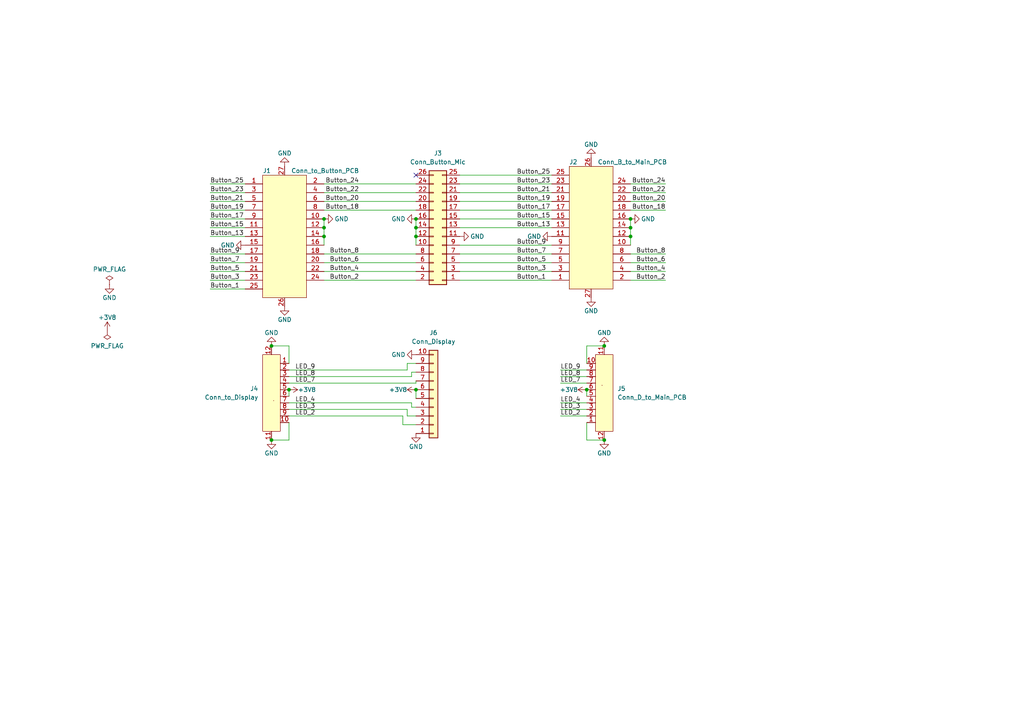
<source format=kicad_sch>
(kicad_sch (version 20211123) (generator eeschema)
  (paper "A4")
  (title_block (title "ED5 - FPC Breakout, Extension and Sniffer Board") (date "2023-01-05") (rev "0.0.2") (company "Blu3Squirr3l"))
  (lib_symbols
    (symbol "0.5K-HX-10PWB_1"
      (property "Reference" "J" (at 3.175 1.27 0))
      (property "Value" "0.5K-HX-10PWB_1" (at 3.175 -1.27 0))
      (symbol "0.5K-HX-10PWB_1_0_1"
        (rectangle (start -2.54 10.16) (end 2.54 -12.065) (fill (type background)))
        (rectangle (start -0.635 -3.175) (end -0.635 -3.175))
        (rectangle (start -0.635 -3.175) (end -0.635 -3.175))
        (rectangle (start -0.635 -3.175) (end -0.635 -3.175))
      )
      (symbol "0.5K-HX-10PWB_1_1_1"
        (pin passive line (at -5.08 7.62 0) (length 2.54) (name "~") (number "1"))
        (pin passive line (at -5.08 -9.525 0) (length 2.54) (name "~") (number "10"))
        (pin passive line (at 0 -14.605 90) (length 2.54) (name "~") (number "11"))
        (pin passive line (at 0 12.7 270) (length 2.54) (name "~") (number "12"))
        (pin passive line (at -5.08 5.715 0) (length 2.54) (name "~") (number "2"))
        (pin passive line (at -5.08 3.81 0) (length 2.54) (name "~") (number "3"))
        (pin passive line (at -5.08 1.905 0) (length 2.54) (name "~") (number "4"))
        (pin passive line (at -5.08 0 0) (length 2.54) (name "~") (number "5"))
        (pin passive line (at -5.08 -1.905 0) (length 2.54) (name "~") (number "6"))
        (pin passive line (at -5.08 -3.81 0) (length 2.54) (name "~") (number "7"))
        (pin passive line (at -5.08 -5.715 0) (length 2.54) (name "~") (number "8"))
        (pin passive line (at -5.08 -7.62 0) (length 2.54) (name "~") (number "9"))
      )
    )
    (symbol "Connector_Generic:Conn_01x10" (pin_names (offset 1.016) hide)
      (property "Reference" "J" (at 0 12.7 0))
      (property "Value" "Conn_01x10" (at 0 -15.24 0))
      (symbol "Conn_01x10_1_1"
        (rectangle (start -1.27 -12.573) (end 0 -12.827) (stroke (width 0.1524)))
        (rectangle (start -1.27 -10.033) (end 0 -10.287) (stroke (width 0.1524)))
        (rectangle (start -1.27 -7.493) (end 0 -7.747) (stroke (width 0.1524)))
        (rectangle (start -1.27 -4.953) (end 0 -5.207) (stroke (width 0.1524)))
        (rectangle (start -1.27 -2.413) (end 0 -2.667) (stroke (width 0.1524)))
        (rectangle (start -1.27 0.127) (end 0 -0.127) (stroke (width 0.1524)))
        (rectangle (start -1.27 2.667) (end 0 2.413) (stroke (width 0.1524)))
        (rectangle (start -1.27 5.207) (end 0 4.953) (stroke (width 0.1524)))
        (rectangle (start -1.27 7.747) (end 0 7.493) (stroke (width 0.1524)))
        (rectangle (start -1.27 10.287) (end 0 10.033) (stroke (width 0.1524)))
        (rectangle (start -1.27 11.43) (end 1.27 -13.97) (stroke (width 0.254)) (fill (type background)))
        (pin passive line (at -5.08 10.16 0) (length 3.81) (name "Pin_1") (number "1"))
        (pin passive line (at -5.08 -12.7 0) (length 3.81) (name "Pin_10") (number "10"))
        (pin passive line (at -5.08 7.62 0) (length 3.81) (name "Pin_2") (number "2"))
        (pin passive line (at -5.08 5.08 0) (length 3.81) (name "Pin_3") (number "3"))
        (pin passive line (at -5.08 2.54 0) (length 3.81) (name "Pin_4") (number "4"))
        (pin passive line (at -5.08 0 0) (length 3.81) (name "Pin_5") (number "5"))
        (pin passive line (at -5.08 -2.54 0) (length 3.81) (name "Pin_6") (number "6"))
        (pin passive line (at -5.08 -5.08 0) (length 3.81) (name "Pin_7") (number "7"))
        (pin passive line (at -5.08 -7.62 0) (length 3.81) (name "Pin_8") (number "8"))
        (pin passive line (at -5.08 -10.16 0) (length 3.81) (name "Pin_9") (number "9"))
      )
    )
    (symbol "Connector_Generic:Conn_02x13_Odd_Even" (pin_names (offset 1.016) hide)
      (property "Reference" "J" (at 1.27 17.78 0))
      (property "Value" "Conn_02x13_Odd_Even" (at 1.27 -17.78 0))
      (symbol "Conn_02x13_Odd_Even_1_1"
        (rectangle (start -1.27 -15.113) (end 0 -15.367) (stroke (width 0.1524)))
        (rectangle (start -1.27 -12.573) (end 0 -12.827) (stroke (width 0.1524)))
        (rectangle (start -1.27 -10.033) (end 0 -10.287) (stroke (width 0.1524)))
        (rectangle (start -1.27 -7.493) (end 0 -7.747) (stroke (width 0.1524)))
        (rectangle (start -1.27 -4.953) (end 0 -5.207) (stroke (width 0.1524)))
        (rectangle (start -1.27 -2.413) (end 0 -2.667) (stroke (width 0.1524)))
        (rectangle (start -1.27 0.127) (end 0 -0.127) (stroke (width 0.1524)))
        (rectangle (start -1.27 2.667) (end 0 2.413) (stroke (width 0.1524)))
        (rectangle (start -1.27 5.207) (end 0 4.953) (stroke (width 0.1524)))
        (rectangle (start -1.27 7.747) (end 0 7.493) (stroke (width 0.1524)))
        (rectangle (start -1.27 10.287) (end 0 10.033) (stroke (width 0.1524)))
        (rectangle (start -1.27 12.827) (end 0 12.573) (stroke (width 0.1524)))
        (rectangle (start -1.27 15.367) (end 0 15.113) (stroke (width 0.1524)))
        (rectangle (start -1.27 16.51) (end 3.81 -16.51) (stroke (width 0.254)) (fill (type background)))
        (rectangle (start 3.81 -15.113) (end 2.54 -15.367) (stroke (width 0.1524)))
        (rectangle (start 3.81 -12.573) (end 2.54 -12.827) (stroke (width 0.1524)))
        (rectangle (start 3.81 -10.033) (end 2.54 -10.287) (stroke (width 0.1524)))
        (rectangle (start 3.81 -7.493) (end 2.54 -7.747) (stroke (width 0.1524)))
        (rectangle (start 3.81 -4.953) (end 2.54 -5.207) (stroke (width 0.1524)))
        (rectangle (start 3.81 -2.413) (end 2.54 -2.667) (stroke (width 0.1524)))
        (rectangle (start 3.81 0.127) (end 2.54 -0.127) (stroke (width 0.1524)))
        (rectangle (start 3.81 2.667) (end 2.54 2.413) (stroke (width 0.1524)))
        (rectangle (start 3.81 5.207) (end 2.54 4.953) (stroke (width 0.1524)))
        (rectangle (start 3.81 7.747) (end 2.54 7.493) (stroke (width 0.1524)))
        (rectangle (start 3.81 10.287) (end 2.54 10.033) (stroke (width 0.1524)))
        (rectangle (start 3.81 12.827) (end 2.54 12.573) (stroke (width 0.1524)))
        (rectangle (start 3.81 15.367) (end 2.54 15.113) (stroke (width 0.1524)))
        (pin passive line (at -5.08 15.24 0) (length 3.81) (name "Pin_1") (number "1"))
        (pin passive line (at 7.62 5.08 180) (length 3.81) (name "Pin_10") (number "10"))
        (pin passive line (at -5.08 2.54 0) (length 3.81) (name "Pin_11") (number "11"))
        (pin passive line (at 7.62 2.54 180) (length 3.81) (name "Pin_12") (number "12"))
        (pin passive line (at -5.08 0 0) (length 3.81) (name "Pin_13") (number "13"))
        (pin passive line (at 7.62 0 180) (length 3.81) (name "Pin_14") (number "14"))
        (pin passive line (at -5.08 -2.54 0) (length 3.81) (name "Pin_15") (number "15"))
        (pin passive line (at 7.62 -2.54 180) (length 3.81) (name "Pin_16") (number "16"))
        (pin passive line (at -5.08 -5.08 0) (length 3.81) (name "Pin_17") (number "17"))
        (pin passive line (at 7.62 -5.08 180) (length 3.81) (name "Pin_18") (number "18"))
        (pin passive line (at -5.08 -7.62 0) (length 3.81) (name "Pin_19") (number "19"))
        (pin passive line (at 7.62 15.24 180) (length 3.81) (name "Pin_2") (number "2"))
        (pin passive line (at 7.62 -7.62 180) (length 3.81) (name "Pin_20") (number "20"))
        (pin passive line (at -5.08 -10.16 0) (length 3.81) (name "Pin_21") (number "21"))
        (pin passive line (at 7.62 -10.16 180) (length 3.81) (name "Pin_22") (number "22"))
        (pin passive line (at -5.08 -12.7 0) (length 3.81) (name "Pin_23") (number "23"))
        (pin passive line (at 7.62 -12.7 180) (length 3.81) (name "Pin_24") (number "24"))
        (pin passive line (at -5.08 -15.24 0) (length 3.81) (name "Pin_25") (number "25"))
        (pin passive line (at 7.62 -15.24 180) (length 3.81) (name "Pin_26") (number "26"))
        (pin passive line (at -5.08 12.7 0) (length 3.81) (name "Pin_3") (number "3"))
        (pin passive line (at 7.62 12.7 180) (length 3.81) (name "Pin_4") (number "4"))
        (pin passive line (at -5.08 10.16 0) (length 3.81) (name "Pin_5") (number "5"))
        (pin passive line (at 7.62 10.16 180) (length 3.81) (name "Pin_6") (number "6"))
        (pin passive line (at -5.08 7.62 0) (length 3.81) (name "Pin_7") (number "7"))
        (pin passive line (at 7.62 7.62 180) (length 3.81) (name "Pin_8") (number "8"))
        (pin passive line (at -5.08 5.08 0) (length 3.81) (name "Pin_9") (number "9"))
      )
    )
    (symbol "ProjectLibrary:0.5K-HX-10PWB"
      (property "Reference" "J" (at 3.175 1.27 0))
      (property "Value" "0.5K-HX-10PWB" (at 3.175 -1.27 0))
      (symbol "0.5K-HX-10PWB_0_1"
        (rectangle (start -2.54 10.16) (end 2.54 -12.065) (fill (type background)))
        (rectangle (start -0.635 -3.175) (end -0.635 -3.175))
        (rectangle (start -0.635 -3.175) (end -0.635 -3.175))
        (rectangle (start -0.635 -3.175) (end -0.635 -3.175))
      )
      (symbol "0.5K-HX-10PWB_1_1"
        (pin passive line (at -5.08 7.62 0) (length 2.54) (name "~") (number "1"))
        (pin passive line (at -5.08 -9.525 0) (length 2.54) (name "~") (number "10"))
        (pin passive line (at 0 -14.605 90) (length 2.54) (name "~") (number "11"))
        (pin passive line (at 0 12.7 270) (length 2.54) (name "~") (number "12"))
        (pin passive line (at -5.08 5.715 0) (length 2.54) (name "~") (number "2"))
        (pin passive line (at -5.08 3.81 0) (length 2.54) (name "~") (number "3"))
        (pin passive line (at -5.08 1.905 0) (length 2.54) (name "~") (number "4"))
        (pin passive line (at -5.08 0 0) (length 2.54) (name "~") (number "5"))
        (pin passive line (at -5.08 -1.905 0) (length 2.54) (name "~") (number "6"))
        (pin passive line (at -5.08 -3.81 0) (length 2.54) (name "~") (number "7"))
        (pin passive line (at -5.08 -5.715 0) (length 2.54) (name "~") (number "8"))
        (pin passive line (at -5.08 -7.62 0) (length 2.54) (name "~") (number "9"))
      )
    )
    (symbol "ProjectLibrary:FH35C-25S-0.3SHW(50)" (pin_names (offset 0.762))
      (property "Reference" "J" (at 1.27 19.05 0))
      (property "Value" "FH35C-25S-0.3SHW(50)" (at 12.7 -19.05 0))
      (symbol "FH35C-25S-0.3SHW(50)_0_0"
        (pin passive line (at -11.43 15.24 0) (length 5.08) (name "~") (number "1"))
        (pin passive line (at 11.43 5.08 180) (length 5.08) (name "~") (number "10"))
        (pin passive line (at -11.43 2.54 0) (length 5.08) (name "~") (number "11"))
        (pin passive line (at 11.43 2.54 180) (length 5.08) (name "~") (number "12"))
        (pin passive line (at -11.43 0 0) (length 5.08) (name "~") (number "13"))
        (pin passive line (at 11.43 0 180) (length 5.08) (name "~") (number "14"))
        (pin passive line (at -11.43 -2.54 0) (length 5.08) (name "~") (number "15"))
        (pin passive line (at 11.43 -2.54 180) (length 5.08) (name "~") (number "16"))
        (pin passive line (at -11.43 -5.08 0) (length 5.08) (name "~") (number "17"))
        (pin passive line (at 11.43 -5.08 180) (length 5.08) (name "~") (number "18"))
        (pin passive line (at -11.43 -7.62 0) (length 5.08) (name "~") (number "19"))
        (pin passive line (at 11.43 15.24 180) (length 5.08) (name "~") (number "2"))
        (pin passive line (at 11.43 -7.62 180) (length 5.08) (name "~") (number "20"))
        (pin passive line (at -11.43 -10.16 0) (length 5.08) (name "~") (number "21"))
        (pin passive line (at 11.43 -10.16 180) (length 5.08) (name "~") (number "22"))
        (pin passive line (at -11.43 -12.7 0) (length 5.08) (name "~") (number "23"))
        (pin passive line (at 11.43 -12.7 180) (length 5.08) (name "~") (number "24"))
        (pin passive line (at -11.43 -15.24 0) (length 5.08) (name "~") (number "25"))
        (pin passive line (at -11.43 12.7 0) (length 5.08) (name "~") (number "3"))
        (pin passive line (at 11.43 12.7 180) (length 5.08) (name "~") (number "4"))
        (pin passive line (at -11.43 10.16 0) (length 5.08) (name "~") (number "5"))
        (pin passive line (at 11.43 10.16 180) (length 5.08) (name "~") (number "6"))
        (pin passive line (at -11.43 7.62 0) (length 5.08) (name "~") (number "7"))
        (pin passive line (at 11.43 7.62 180) (length 5.08) (name "~") (number "8"))
        (pin passive line (at -11.43 5.08 0) (length 5.08) (name "~") (number "9"))
      )
      (symbol "FH35C-25S-0.3SHW(50)_0_1"
        (polyline (pts (xy -6.35 17.78) (xy 6.35 17.78) (xy 6.35 -17.78) (xy -6.35 -17.78) (xy -6.35 17.78)) (stroke (width 0.1524)) (fill (type background)))
      )
      (symbol "FH35C-25S-0.3SHW(50)_1_1"
        (pin passive line (at 0 -20.32 90) (length 2.54) (name "~") (number "26"))
        (pin passive line (at 0 20.32 270) (length 2.54) (name "~") (number "27"))
      )
    )
    (symbol "power:+3V8" (power) (pin_names (offset 0))
      (property "Value" "+3V8" (at 0 3.556 0))
      (symbol "+3V8_0_1"
        (polyline (pts (xy -0.762 1.27) (xy 0 2.54)))
        (polyline (pts (xy 0 0) (xy 0 2.54)))
        (polyline (pts (xy 0 2.54) (xy 0.762 1.27)))
      )
      (symbol "+3V8_1_1"
        (pin power_in line (at 0 0 90) (length 0) hide (name "+3V8") (number "1"))
      )
    )
    (symbol "power:GND" (power) (pin_names (offset 0))
      (property "Value" "GND" (at 0 -3.81 0))
      (symbol "GND_0_1"
        (polyline (pts (xy 0 0) (xy 0 -1.27) (xy 1.27 -1.27) (xy 0 -2.54) (xy -1.27 -1.27) (xy 0 -1.27)))
      )
      (symbol "GND_1_1"
        (pin power_in line (at 0 0 270) (length 0) hide (name "GND") (number "1"))
      )
    )
    (symbol "power:PWR_FLAG" (power) (pin_numbers hide) (pin_names (offset 0) hide)
      (property "Value" "PWR_FLAG" (at 0 3.81 0))
      (symbol "PWR_FLAG_0_0"
        (pin power_out line (at 0 0 90) (length 0) (name "pwr") (number "1"))
      )
      (symbol "PWR_FLAG_0_1"
        (polyline (pts (xy 0 0) (xy 0 1.27) (xy -1.016 1.905) (xy 0 2.54) (xy 1.016 1.905) (xy 0 1.27)))
      )
    )
  )
  (junction (at 182.88 63.5))
  (junction (at 120.65 113.03))
  (junction (at 175.26 127.635))
  (junction (at 120.65 63.5))
  (junction (at 93.98 63.5))
  (junction (at 93.98 66.04))
  (junction (at 120.65 68.58))
  (junction (at 83.82 113.03))
  (junction (at 78.74 100.33))
  (junction (at 175.26 100.33))
  (junction (at 182.88 68.58))
  (junction (at 120.65 66.04))
  (junction (at 170.18 113.03))
  (junction (at 93.98 68.58))
  (junction (at 78.74 127.635))
  (junction (at 182.88 66.04))
  (no_connect (at 120.65 50.8))
  (wire (pts (xy 60.96 68.58) (xy 71.12 68.58)))
  (wire (pts (xy 162.56 116.84) (xy 170.18 116.84)))
  (wire (pts (xy 162.56 109.22) (xy 170.18 109.22)))
  (wire (pts (xy 60.96 63.5) (xy 71.12 63.5)))
  (wire (pts (xy 120.65 113.03) (xy 120.65 115.57)))
  (wire (pts (xy 162.56 107.315) (xy 170.18 107.315)))
  (wire (pts (xy 60.96 73.66) (xy 71.12 73.66)))
  (wire (pts (xy 182.88 58.42) (xy 193.04 58.42)))
  (wire (pts (xy 182.88 60.96) (xy 193.04 60.96)))
  (wire (pts (xy 93.98 78.74) (xy 120.65 78.74)))
  (wire (pts (xy 93.98 63.5) (xy 93.98 66.04)))
  (wire (pts (xy 118.11 120.65) (xy 120.65 120.65)))
  (wire (pts (xy 83.82 111.125) (xy 120.65 111.125)))
  (wire (pts (xy 83.82 107.315) (xy 118.11 107.315)))
  (wire (pts (xy 60.96 78.74) (xy 71.12 78.74)))
  (wire (pts (xy 162.56 111.125) (xy 170.18 111.125)))
  (wire (pts (xy 119.38 118.11) (xy 120.65 118.11)))
  (wire (pts (xy 133.35 76.2) (xy 160.02 76.2)))
  (wire (pts (xy 182.88 55.88) (xy 193.04 55.88)))
  (wire (pts (xy 60.96 66.04) (xy 71.12 66.04)))
  (wire (pts (xy 118.11 105.41) (xy 120.65 105.41)))
  (wire (pts (xy 93.98 81.28) (xy 120.65 81.28)))
  (wire (pts (xy 116.84 120.65) (xy 116.84 123.19)))
  (wire (pts (xy 133.35 63.5) (xy 160.02 63.5)))
  (wire (pts (xy 182.88 78.74) (xy 193.04 78.74)))
  (wire (pts (xy 133.35 66.04) (xy 160.02 66.04)))
  (wire (pts (xy 93.98 55.88) (xy 120.65 55.88)))
  (wire (pts (xy 182.88 73.66) (xy 193.04 73.66)))
  (wire (pts (xy 78.74 100.33) (xy 83.82 100.33)))
  (wire (pts (xy 170.18 113.03) (xy 170.18 114.935)))
  (wire (pts (xy 182.88 66.04) (xy 182.88 68.58)))
  (wire (pts (xy 133.35 55.88) (xy 160.02 55.88)))
  (wire (pts (xy 60.96 83.82) (xy 71.12 83.82)))
  (wire (pts (xy 93.98 53.34) (xy 120.65 53.34)))
  (wire (pts (xy 83.82 122.555) (xy 83.82 127.635)))
  (wire (pts (xy 170.18 100.33) (xy 170.18 105.41)))
  (wire (pts (xy 93.98 73.66) (xy 120.65 73.66)))
  (wire (pts (xy 133.35 73.66) (xy 160.02 73.66)))
  (wire (pts (xy 120.65 63.5) (xy 120.65 66.04)))
  (wire (pts (xy 182.88 76.2) (xy 193.04 76.2)))
  (wire (pts (xy 60.96 60.96) (xy 71.12 60.96)))
  (wire (pts (xy 182.88 63.5) (xy 182.88 66.04)))
  (wire (pts (xy 60.96 81.28) (xy 71.12 81.28)))
  (wire (pts (xy 116.84 123.19) (xy 120.65 123.19)))
  (wire (pts (xy 60.96 76.2) (xy 71.12 76.2)))
  (wire (pts (xy 78.74 127.635) (xy 83.82 127.635)))
  (wire (pts (xy 120.65 68.58) (xy 120.65 71.12)))
  (wire (pts (xy 119.38 107.95) (xy 120.65 107.95)))
  (wire (pts (xy 60.96 53.34) (xy 71.12 53.34)))
  (wire (pts (xy 60.96 55.88) (xy 71.12 55.88)))
  (wire (pts (xy 83.82 116.84) (xy 119.38 116.84)))
  (wire (pts (xy 119.38 116.84) (xy 119.38 118.11)))
  (wire (pts (xy 170.18 127.635) (xy 170.18 122.555)))
  (wire (pts (xy 175.26 100.33) (xy 170.18 100.33)))
  (wire (pts (xy 93.98 60.96) (xy 120.65 60.96)))
  (wire (pts (xy 83.82 109.22) (xy 119.38 109.22)))
  (wire (pts (xy 133.35 53.34) (xy 160.02 53.34)))
  (wire (pts (xy 175.26 127.635) (xy 170.18 127.635)))
  (wire (pts (xy 118.11 107.315) (xy 118.11 105.41)))
  (wire (pts (xy 93.98 68.58) (xy 93.98 71.12)))
  (wire (pts (xy 83.82 118.745) (xy 118.11 118.745)))
  (wire (pts (xy 93.98 58.42) (xy 120.65 58.42)))
  (wire (pts (xy 119.38 109.22) (xy 119.38 107.95)))
  (wire (pts (xy 120.65 66.04) (xy 120.65 68.58)))
  (wire (pts (xy 182.88 53.34) (xy 193.04 53.34)))
  (wire (pts (xy 133.35 71.12) (xy 160.02 71.12)))
  (wire (pts (xy 133.35 58.42) (xy 160.02 58.42)))
  (wire (pts (xy 83.82 120.65) (xy 116.84 120.65)))
  (wire (pts (xy 118.11 118.745) (xy 118.11 120.65)))
  (wire (pts (xy 133.35 81.28) (xy 160.02 81.28)))
  (wire (pts (xy 162.56 120.65) (xy 170.18 120.65)))
  (wire (pts (xy 182.88 81.28) (xy 193.04 81.28)))
  (wire (pts (xy 120.65 111.125) (xy 120.65 110.49)))
  (wire (pts (xy 93.98 76.2) (xy 120.65 76.2)))
  (wire (pts (xy 182.88 68.58) (xy 182.88 71.12)))
  (wire (pts (xy 133.35 50.8) (xy 160.02 50.8)))
  (wire (pts (xy 133.35 78.74) (xy 160.02 78.74)))
  (wire (pts (xy 93.98 66.04) (xy 93.98 68.58)))
  (wire (pts (xy 162.56 118.745) (xy 170.18 118.745)))
  (wire (pts (xy 83.82 113.03) (xy 83.82 114.935)))
  (wire (pts (xy 60.96 58.42) (xy 71.12 58.42)))
  (wire (pts (xy 83.82 100.33) (xy 83.82 105.41)))
  (wire (pts (xy 133.35 60.96) (xy 160.02 60.96)))
  (label "Button_1" (at 60.96 83.82 0))
  (label "Button_7" (at 149.86 73.66 0))
  (label "Button_25" (at 60.96 53.34 0))
  (label "Button_17" (at 60.96 63.5 0))
  (label "Button_19" (at 149.86 58.42 0))
  (label "Button_6" (at 104.14 76.2 180))
  (label "LED_3" (at 162.56 118.745 0))
  (label "Button_15" (at 60.96 66.04 0))
  (label "LED_7" (at 162.56 111.125 0))
  (label "Button_18" (at 193.04 60.96 180))
  (label "Button_8" (at 104.14 73.66 180))
  (label "Button_8" (at 193.04 73.66 180))
  (label "Button_5" (at 149.86 76.2 0))
  (label "Button_13" (at 149.86 66.04 0))
  (label "Button_9" (at 60.96 73.66 0))
  (label "Button_19" (at 60.96 60.96 0))
  (label "Button_9" (at 149.86 71.12 0))
  (label "Button_22" (at 193.04 55.88 180))
  (label "Button_25" (at 149.86 50.8 0))
  (label "Button_2" (at 104.14 81.28 180))
  (label "Button_17" (at 149.86 60.96 0))
  (label "LED_7" (at 91.44 111.125 180))
  (label "Button_3" (at 60.96 81.28 0))
  (label "Button_5" (at 60.96 78.74 0))
  (label "Button_7" (at 60.96 76.2 0))
  (label "Button_24" (at 193.04 53.34 180))
  (label "LED_9" (at 162.56 107.315 0))
  (label "LED_4" (at 91.44 116.84 180))
  (label "Button_4" (at 104.14 78.74 180))
  (label "Button_22" (at 104.14 55.88 180))
  (label "LED_4" (at 162.56 116.84 0))
  (label "LED_9" (at 91.44 107.315 180))
  (label "Button_23" (at 149.86 53.34 0))
  (label "LED_3" (at 91.44 118.745 180))
  (label "LED_2" (at 162.56 120.65 0))
  (label "Button_4" (at 193.04 78.74 180))
  (label "Button_23" (at 60.96 55.88 0))
  (label "Button_21" (at 60.96 58.42 0))
  (label "Button_1" (at 149.86 81.28 0))
  (label "Button_2" (at 193.04 81.28 180))
  (label "LED_8" (at 91.44 109.22 180))
  (label "Button_13" (at 60.96 68.58 0))
  (label "Button_21" (at 149.86 55.88 0))
  (label "Button_20" (at 193.04 58.42 180))
  (label "Button_6" (at 193.04 76.2 180))
  (label "LED_2" (at 91.44 120.65 180))
  (label "LED_8" (at 162.56 109.22 0))
  (label "Button_18" (at 104.14 60.96 180))
  (label "Button_15" (at 149.86 63.5 0))
  (label "Button_24" (at 104.14 53.34 180))
  (label "Button_20" (at 104.14 58.42 180))
  (label "Button_3" (at 149.86 78.74 0))
  (symbol (lib_id "power:GND") (at 133.35 68.58 90) (unit 1)
    (property "Reference" "#PWR010" (effects hide))
    (property "Value" "GND" (at 138.43 68.58 90))
  )
  (symbol (lib_name "0.5K-HX-10PWB_1") (lib_id "ProjectLibrary:0.5K-HX-10PWB") (at 175.26 114.935 0) (mirror x) (unit 1)
    (property "Reference" "J5" (at 179.07 112.7124 0) (effects (justify left)))
    (property "Value" "Conn_D_to_Main_PCB" (at 179.07 115.2524 0) (effects (justify left)))
    (property "Footprint" "ProjectLibrary:HDGC_0.5K-HX-10PWB_1x10_P0.50mm_Horizontal" (effects hide))
    (property "Datasheet" "https://datasheet.lcsc.com/lcsc/2111151830_HDGC-0-5K-HX-10PWB_C2919493.pdf" (effects hide))
    (property "Description" "FFC & FPC Connectors 10P 0.5mm RA SMD Dual Sided Contact" (effects hide))
    (property "LCSC part number" "C2919493" (effects hide))
    (property "Manufacturer_Name" "HDGC" (effects hide))
    (property "Manufacturer_Part_Number" "0.5K-HX-10PWB" (effects hide))
  )
  (symbol (lib_id "power:GND") (at 171.45 45.72 180) (unit 1)
    (property "Reference" "#PWR012" (effects hide))
    (property "Value" "GND" (at 171.45 41.91 0))
  )
  (symbol (lib_id "power:GND") (at 120.65 125.73 0) (unit 1)
    (property "Reference" "#PWR09" (effects hide))
    (property "Value" "GND" (at 120.65 129.54 0))
  )
  (symbol (lib_id "power:+3V8") (at 31.115 95.885 0) (unit 1)
    (property "Reference" "#PWR0104" (effects hide))
    (property "Value" "+3V8" (at 31.115 92.075 0))
  )
  (symbol (lib_id "power:GND") (at 78.74 100.33 180) (unit 1)
    (property "Reference" "#PWR02" (effects hide))
    (property "Value" "GND" (at 78.74 96.52 0))
  )
  (symbol (lib_id "Connector_Generic:Conn_01x10") (at 125.73 115.57 0) (mirror x) (unit 1)
    (property "Reference" "J6" (at 125.73 96.52 0))
    (property "Value" "Conn_Display" (at 125.73 99.06 0))
    (property "Footprint" "Connector_PinHeader_2.54mm:PinHeader_1x10_P2.54mm_Vertical" (effects hide))
  )
  (symbol (lib_id "power:GND") (at 175.26 100.33 180) (unit 1)
    (property "Reference" "#PWR014" (effects hide))
    (property "Value" "GND" (at 175.26 96.52 0))
  )
  (symbol (lib_id "ProjectLibrary:FH35C-25S-0.3SHW(50)") (at 82.55 68.58 0) (unit 1)
    (property "Reference" "J1" (at 76.2 49.53 0) (effects (justify left)))
    (property "Value" "Conn_to_Button_PCB" (at 84.455 49.53 0) (effects (justify left)))
    (property "Footprint" "ProjectLibrary:FH35C-25S-0.3SHW" (effects hide))
    (property "Datasheet" "https://datasheet.lcsc.com/lcsc/2111151830_HDGC-0-5K-HX-10PWB_C2919493.pdf" (effects hide))
    (property "Description" "FFC & FPC Connectors 25P 0.3mm RA SMD Dual Sided Contact" (effects hide))
    (property "Manufacturer_Name" "Hirose" (effects hide))
    (property "Manufacturer_Part_Number" "FH35C-25S-0.3SHW(50)" (effects hide))
    (property "LCSC part number" "C424661" (effects hide))
  )
  (symbol (lib_id "Connector_Generic:Conn_02x13_Odd_Even") (at 128.27 66.04 180) (unit 1)
    (property "Reference" "J3" (at 127 44.45 0))
    (property "Value" "Conn_Button_Mic" (at 127 46.99 0))
    (property "Footprint" "Connector_PinHeader_2.54mm:PinHeader_2x13_P2.54mm_Vertical" (effects hide))
  )
  (symbol (lib_id "power:GND") (at 171.45 86.36 0) (unit 1)
    (property "Reference" "#PWR013" (effects hide))
    (property "Value" "GND" (at 171.45 90.17 0))
  )
  (symbol (lib_id "power:GND") (at 82.55 48.26 180) (unit 1)
    (property "Reference" "#PWR04" (effects hide))
    (property "Value" "GND" (at 82.55 44.45 0))
  )
  (symbol (lib_id "power:GND") (at 82.55 88.9 0) (unit 1)
    (property "Reference" "#PWR05" (effects hide))
    (property "Value" "GND" (at 82.55 92.71 0))
  )
  (symbol (lib_id "ProjectLibrary:0.5K-HX-10PWB") (at 78.74 113.03 0) (mirror y) (unit 1)
    (property "Reference" "J4" (at 74.93 112.7124 0) (effects (justify left)))
    (property "Value" "Conn_to_Display" (at 74.93 115.2524 0) (effects (justify left)))
    (property "Footprint" "ProjectLibrary:HDGC_0.5K-HX-10PWB_1x10_P0.50mm_Horizontal" (effects hide))
    (property "Datasheet" "https://datasheet.lcsc.com/lcsc/2111151830_HDGC-0-5K-HX-10PWB_C2919493.pdf" (effects hide))
    (property "Description" "FFC & FPC Connectors 10P 0.5mm RA SMD Dual Sided Contact" (effects hide))
    (property "LCSC part number" "C2919493" (effects hide))
    (property "Manufacturer_Name" "HDGC" (effects hide))
    (property "Manufacturer_Part_Number" "0.5K-HX-10PWB" (effects hide))
  )
  (symbol (lib_id "power:GND") (at 160.02 68.58 270) (unit 1)
    (property "Reference" "#PWR011" (effects hide))
    (property "Value" "GND" (at 154.94 68.58 90))
  )
  (symbol (lib_id "power:GND") (at 71.12 71.12 270) (unit 1)
    (property "Reference" "#PWR01" (effects hide))
    (property "Value" "GND" (at 66.04 71.12 90))
  )
  (symbol (lib_id "power:GND") (at 182.88 63.5 90) (unit 1)
    (property "Reference" "#PWR016" (effects hide))
    (property "Value" "GND" (at 187.96 63.5 90))
  )
  (symbol (lib_id "power:+3V8") (at 120.65 113.03 90) (unit 1)
    (property "Reference" "#PWR0102" (effects hide))
    (property "Value" "+3V8" (at 118.11 113.03 90) (effects (justify left)))
  )
  (symbol (lib_id "power:PWR_FLAG") (at 31.75 82.55 0) (unit 1)
    (property "Reference" "#FLG01" (effects hide))
    (property "Value" "PWR_FLAG" (at 31.75 78.105 0))
  )
  (symbol (lib_id "power:+3V8") (at 83.82 113.03 270) (unit 1)
    (property "Reference" "#PWR0103" (effects hide))
    (property "Value" "+3V8" (at 86.36 113.03 90) (effects (justify left)))
  )
  (symbol (lib_id "power:+3V8") (at 170.18 113.03 90) (unit 1)
    (property "Reference" "#PWR0101" (effects hide))
    (property "Value" "+3V8" (at 167.64 113.03 90) (effects (justify left)))
  )
  (symbol (lib_id "ProjectLibrary:FH35C-25S-0.3SHW(50)") (at 171.45 66.04 0) (mirror x) (unit 1)
    (property "Reference" "J2" (at 165.1 46.99 0) (effects (justify left)))
    (property "Value" "Conn_B_to_Main_PCB" (at 173.355 46.99 0) (effects (justify left)))
    (property "Footprint" "ProjectLibrary:FH35C-25S-0.3SHW" (effects hide))
    (property "Datasheet" "https://datasheet.lcsc.com/lcsc/2111151830_HDGC-0-5K-HX-10PWB_C2919493.pdf" (effects hide))
    (property "Description" "FFC & FPC Connectors 25P 0.3mm RA SMD Dual Sided Contact" (effects hide))
    (property "Manufacturer_Name" "Hirose" (effects hide))
    (property "Manufacturer_Part_Number" "FH35C-25S-0.3SHW(50)" (effects hide))
    (property "LCSC part number" "C424661" (effects hide))
  )
  (symbol (lib_id "power:GND") (at 93.98 63.5 90) (unit 1)
    (property "Reference" "#PWR06" (effects hide))
    (property "Value" "GND" (at 99.06 63.5 90))
  )
  (symbol (lib_id "power:PWR_FLAG") (at 31.115 95.885 180) (unit 1)
    (property "Reference" "#FLG0101" (effects hide))
    (property "Value" "PWR_FLAG" (at 31.115 100.33 0))
  )
  (symbol (lib_id "power:GND") (at 78.74 127.635 0) (unit 1)
    (property "Reference" "#PWR03" (effects hide))
    (property "Value" "GND" (at 78.74 131.445 0))
  )
  (symbol (lib_id "power:GND") (at 120.65 63.5 270) (unit 1)
    (property "Reference" "#PWR07" (effects hide))
    (property "Value" "GND" (at 115.57 63.5 90))
  )
  (symbol (lib_id "power:GND") (at 31.75 82.55 0) (unit 1)
    (property "Reference" "#PWR017" (effects hide))
    (property "Value" "GND" (at 31.75 86.36 0))
  )
  (symbol (lib_id "power:GND") (at 175.26 127.635 0) (unit 1)
    (property "Reference" "#PWR015" (effects hide))
    (property "Value" "GND" (at 175.26 131.445 0))
  )
  (symbol (lib_id "power:GND") (at 120.65 102.87 270) (unit 1)
    (property "Reference" "#PWR08" (effects hide))
    (property "Value" "GND" (at 115.57 102.87 90))
  )
)
</source>
